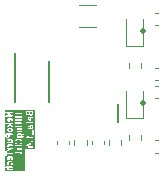
<source format=gbr>
%TF.GenerationSoftware,KiCad,Pcbnew,8.0.3*%
%TF.CreationDate,2024-11-10T00:39:19+08:00*%
%TF.ProjectId,NekoPurrTech_TiltingCtrl,4e656b6f-5075-4727-9254-6563685f5469,rev?*%
%TF.SameCoordinates,Original*%
%TF.FileFunction,Legend,Bot*%
%TF.FilePolarity,Positive*%
%FSLAX46Y46*%
G04 Gerber Fmt 4.6, Leading zero omitted, Abs format (unit mm)*
G04 Created by KiCad (PCBNEW 8.0.3) date 2024-11-10 00:39:19*
%MOMM*%
%LPD*%
G01*
G04 APERTURE LIST*
%ADD10C,0.125000*%
%ADD11C,0.250000*%
%ADD12C,0.200000*%
%ADD13C,0.120000*%
G04 APERTURE END LIST*
D10*
G36*
X87382215Y-68460113D02*
G01*
X87390163Y-68473827D01*
X87393099Y-68562062D01*
X87390411Y-68568384D01*
X87323908Y-68569491D01*
X87321042Y-68483358D01*
X87330186Y-68461852D01*
X87344590Y-68453505D01*
X87363687Y-68452235D01*
X87382215Y-68460113D01*
G37*
G36*
X87191159Y-67848103D02*
G01*
X87189071Y-67847215D01*
X87181045Y-67833367D01*
X87178453Y-67768443D01*
X87187329Y-67747567D01*
X87200832Y-67739742D01*
X87210868Y-67739519D01*
X87191159Y-67848103D01*
G37*
G36*
X87393564Y-67370494D02*
G01*
X87381816Y-67398122D01*
X87371457Y-67410346D01*
X87346095Y-67425044D01*
X87304271Y-67427131D01*
X87279278Y-67416504D01*
X87268891Y-67407701D01*
X87252863Y-67366340D01*
X87250235Y-67261077D01*
X87391107Y-67259798D01*
X87393564Y-67370494D01*
G37*
G36*
X87131540Y-67346963D02*
G01*
X87119911Y-67374313D01*
X87109553Y-67386536D01*
X87083835Y-67401441D01*
X87064738Y-67402711D01*
X87041186Y-67392696D01*
X87028959Y-67382336D01*
X87014547Y-67357467D01*
X87012194Y-67263239D01*
X87129424Y-67262174D01*
X87131540Y-67346963D01*
G37*
G36*
X87624928Y-70369142D02*
G01*
X86803658Y-70369142D01*
X86803658Y-70053993D01*
X86866158Y-70053993D01*
X86881285Y-70099374D01*
X86924069Y-70120766D01*
X86948264Y-70117717D01*
X87224321Y-70022038D01*
X87225690Y-70117990D01*
X87095058Y-70119730D01*
X87061234Y-70153554D01*
X87061234Y-70201390D01*
X87095058Y-70235214D01*
X87118976Y-70239972D01*
X87227410Y-70238527D01*
X87227900Y-70272818D01*
X87261724Y-70306642D01*
X87309560Y-70306642D01*
X87343384Y-70272818D01*
X87348142Y-70248900D01*
X87347971Y-70236922D01*
X87476227Y-70235214D01*
X87510051Y-70201390D01*
X87510051Y-70153554D01*
X87476227Y-70119730D01*
X87452309Y-70114972D01*
X87346251Y-70116384D01*
X87343904Y-69951968D01*
X87347985Y-69943808D01*
X87343600Y-69930655D01*
X87343384Y-69915459D01*
X87336111Y-69908186D01*
X87332858Y-69898427D01*
X87319845Y-69891920D01*
X87309560Y-69881635D01*
X87299275Y-69881635D01*
X87290073Y-69877034D01*
X87265878Y-69880084D01*
X86887550Y-70011209D01*
X86866158Y-70053993D01*
X86803658Y-70053993D01*
X86803658Y-69749007D01*
X87346947Y-69749007D01*
X87346948Y-69749008D01*
X87346948Y-69749009D01*
X87346950Y-69749011D01*
X87360496Y-69769285D01*
X87404583Y-69806643D01*
X87404584Y-69806644D01*
X87452418Y-69806643D01*
X87472695Y-69793094D01*
X87510046Y-69749013D01*
X87510051Y-69749009D01*
X87510051Y-69749008D01*
X87510052Y-69749007D01*
X87510051Y-69701172D01*
X87510046Y-69701167D01*
X87496503Y-69680897D01*
X87452430Y-69643551D01*
X87452419Y-69643540D01*
X87404584Y-69643539D01*
X87384307Y-69657087D01*
X87346948Y-69701173D01*
X87346947Y-69749007D01*
X86803658Y-69749007D01*
X86803658Y-69380077D01*
X86890997Y-69380077D01*
X86894567Y-69385431D01*
X86894567Y-69391867D01*
X86907437Y-69404737D01*
X86917532Y-69419879D01*
X86923840Y-69421140D01*
X86928391Y-69425691D01*
X86952309Y-69430449D01*
X87392903Y-69426447D01*
X87394567Y-69534724D01*
X87428391Y-69568548D01*
X87476227Y-69568548D01*
X87510051Y-69534724D01*
X87514809Y-69510806D01*
X87510051Y-69201174D01*
X87496473Y-69187596D01*
X87523846Y-69187596D01*
X87557670Y-69153772D01*
X87562428Y-69129854D01*
X87557670Y-68724984D01*
X87523846Y-68691160D01*
X87476010Y-68691160D01*
X87442186Y-68724984D01*
X87437428Y-68748902D01*
X87442186Y-69153772D01*
X87455764Y-69167350D01*
X87428391Y-69167350D01*
X87394567Y-69201174D01*
X87389809Y-69225092D01*
X87391052Y-69306005D01*
X87121209Y-69308455D01*
X87127259Y-69300661D01*
X87128862Y-69296891D01*
X87129099Y-69296628D01*
X87129099Y-69296333D01*
X87157508Y-69229522D01*
X87142381Y-69184142D01*
X87099595Y-69162750D01*
X87054216Y-69177877D01*
X87039264Y-69197142D01*
X87024813Y-69231124D01*
X86992618Y-69266861D01*
X86989070Y-69268327D01*
X86931831Y-69310175D01*
X86928391Y-69310207D01*
X86919150Y-69319447D01*
X86900379Y-69333172D01*
X86899117Y-69339480D01*
X86894567Y-69344031D01*
X86894567Y-69362228D01*
X86890997Y-69380077D01*
X86803658Y-69380077D01*
X86803658Y-68463187D01*
X87056476Y-68463187D01*
X87060046Y-68552613D01*
X87056633Y-68562855D01*
X87061108Y-68579197D01*
X87061234Y-68582343D01*
X87062247Y-68583356D01*
X87063074Y-68586375D01*
X87092002Y-68636291D01*
X87095569Y-68646993D01*
X87100357Y-68650709D01*
X87101835Y-68653259D01*
X87105003Y-68654315D01*
X87114834Y-68661945D01*
X87160071Y-68681181D01*
X87166486Y-68687596D01*
X87182776Y-68690836D01*
X87185973Y-68692196D01*
X87187332Y-68691742D01*
X87190404Y-68692354D01*
X87232506Y-68691653D01*
X87233592Y-68692196D01*
X87235363Y-68691605D01*
X87416845Y-68688584D01*
X87424070Y-68692197D01*
X87435856Y-68688268D01*
X87476227Y-68687596D01*
X87510051Y-68653772D01*
X87510051Y-68606153D01*
X87513291Y-68589861D01*
X87514651Y-68586665D01*
X87514198Y-68585306D01*
X87514809Y-68582235D01*
X87511058Y-68469534D01*
X87514651Y-68458757D01*
X87510152Y-68442328D01*
X87510051Y-68439269D01*
X87509037Y-68438255D01*
X87508211Y-68435236D01*
X87479281Y-68385317D01*
X87475715Y-68374617D01*
X87470927Y-68370901D01*
X87469450Y-68368352D01*
X87466281Y-68367295D01*
X87456450Y-68359666D01*
X87411210Y-68340429D01*
X87404798Y-68334017D01*
X87388508Y-68330776D01*
X87385309Y-68329416D01*
X87383948Y-68329869D01*
X87380880Y-68329259D01*
X87337093Y-68332171D01*
X87328831Y-68329417D01*
X87312892Y-68333780D01*
X87309343Y-68334017D01*
X87308329Y-68335030D01*
X87305310Y-68335857D01*
X87255390Y-68364786D01*
X87244692Y-68368353D01*
X87240976Y-68373139D01*
X87238426Y-68374618D01*
X87237369Y-68377787D01*
X87229740Y-68387618D01*
X87210503Y-68432856D01*
X87204091Y-68439269D01*
X87200850Y-68455556D01*
X87199490Y-68458757D01*
X87199943Y-68460117D01*
X87199333Y-68463187D01*
X87202623Y-68562063D01*
X87200751Y-68566467D01*
X87189071Y-68561500D01*
X87181045Y-68547652D01*
X87178453Y-68482728D01*
X87205127Y-68419998D01*
X87190000Y-68374618D01*
X87147214Y-68353226D01*
X87101835Y-68368353D01*
X87086883Y-68387618D01*
X87067646Y-68432856D01*
X87061234Y-68439269D01*
X87057993Y-68455556D01*
X87056633Y-68458757D01*
X87057086Y-68460117D01*
X87056476Y-68463187D01*
X86803658Y-68463187D01*
X86803658Y-68105936D01*
X86894567Y-68105936D01*
X86894567Y-68153772D01*
X86928391Y-68187596D01*
X86952309Y-68192354D01*
X87059423Y-68191227D01*
X87061234Y-68272820D01*
X87095058Y-68306644D01*
X87142894Y-68306644D01*
X87176718Y-68272820D01*
X87181476Y-68248902D01*
X87180167Y-68189958D01*
X87358403Y-68188083D01*
X87382215Y-68198209D01*
X87390562Y-68212612D01*
X87394567Y-68272820D01*
X87428391Y-68306644D01*
X87476227Y-68306644D01*
X87510051Y-68272820D01*
X87514809Y-68248902D01*
X87511896Y-68205115D01*
X87514651Y-68196853D01*
X87510287Y-68180914D01*
X87510051Y-68177365D01*
X87509037Y-68176351D01*
X87508211Y-68173332D01*
X87479282Y-68123415D01*
X87475716Y-68112715D01*
X87470928Y-68108998D01*
X87469450Y-68106448D01*
X87466280Y-68105391D01*
X87456451Y-68097762D01*
X87411211Y-68078525D01*
X87404798Y-68072112D01*
X87388506Y-68068871D01*
X87385310Y-68067512D01*
X87383951Y-68067964D01*
X87380880Y-68067354D01*
X87177494Y-68069492D01*
X87176718Y-68034508D01*
X87142894Y-68000684D01*
X87095058Y-68000684D01*
X87061234Y-68034508D01*
X87056476Y-68058426D01*
X87056749Y-68070762D01*
X86928391Y-68072112D01*
X86894567Y-68105936D01*
X86803658Y-68105936D01*
X86803658Y-67748902D01*
X87056476Y-67748902D01*
X87060046Y-67838328D01*
X87056633Y-67848570D01*
X87061108Y-67864912D01*
X87061234Y-67868058D01*
X87062247Y-67869071D01*
X87063074Y-67872090D01*
X87092002Y-67922006D01*
X87095569Y-67932708D01*
X87100357Y-67936424D01*
X87101835Y-67938974D01*
X87105003Y-67940030D01*
X87114834Y-67947660D01*
X87160071Y-67966896D01*
X87166486Y-67973311D01*
X87182776Y-67976551D01*
X87185973Y-67977911D01*
X87187332Y-67977457D01*
X87190404Y-67978069D01*
X87239702Y-67974790D01*
X87250152Y-67976880D01*
X87254792Y-67973786D01*
X87261941Y-67973311D01*
X87274810Y-67960441D01*
X87289953Y-67950347D01*
X87293540Y-67941711D01*
X87295765Y-67939487D01*
X87295765Y-67936356D01*
X87299309Y-67927826D01*
X87333985Y-67736787D01*
X87359615Y-67736218D01*
X87382215Y-67745828D01*
X87390239Y-67759673D01*
X87392831Y-67824598D01*
X87366157Y-67887329D01*
X87381284Y-67932709D01*
X87424070Y-67954102D01*
X87469450Y-67938975D01*
X87484402Y-67919709D01*
X87503637Y-67874471D01*
X87510051Y-67868058D01*
X87513291Y-67851766D01*
X87514651Y-67848570D01*
X87514198Y-67847211D01*
X87514809Y-67844140D01*
X87511238Y-67754710D01*
X87514651Y-67744472D01*
X87510176Y-67728130D01*
X87510051Y-67724984D01*
X87509037Y-67723970D01*
X87508211Y-67720951D01*
X87479281Y-67671032D01*
X87475715Y-67660332D01*
X87470927Y-67656616D01*
X87469450Y-67654067D01*
X87466281Y-67653010D01*
X87456450Y-67645381D01*
X87411210Y-67626144D01*
X87404798Y-67619732D01*
X87388508Y-67616491D01*
X87385309Y-67615131D01*
X87383948Y-67615584D01*
X87380880Y-67614974D01*
X87278885Y-67617237D01*
X87273513Y-67616163D01*
X87271660Y-67617397D01*
X87197695Y-67619039D01*
X87185974Y-67615132D01*
X87169410Y-67619667D01*
X87166486Y-67619732D01*
X87165472Y-67620745D01*
X87162453Y-67621572D01*
X87112533Y-67650501D01*
X87101835Y-67654068D01*
X87098119Y-67658854D01*
X87095569Y-67660333D01*
X87094512Y-67663502D01*
X87086883Y-67673333D01*
X87067646Y-67718571D01*
X87061234Y-67724984D01*
X87057993Y-67741271D01*
X87056633Y-67744472D01*
X87057086Y-67745832D01*
X87056476Y-67748902D01*
X86803658Y-67748902D01*
X86803658Y-67201283D01*
X86889809Y-67201283D01*
X86893793Y-67360899D01*
X86889967Y-67372381D01*
X86894493Y-67388908D01*
X86894567Y-67391868D01*
X86895581Y-67392882D01*
X86896408Y-67395901D01*
X86918377Y-67433808D01*
X86918377Y-67439486D01*
X86931925Y-67459763D01*
X86934859Y-67462249D01*
X86935170Y-67462785D01*
X86935699Y-67462961D01*
X86951341Y-67476216D01*
X86952712Y-67480327D01*
X86971977Y-67495279D01*
X86975713Y-67496867D01*
X86976011Y-67497120D01*
X86976306Y-67497120D01*
X87017214Y-67514515D01*
X87023629Y-67520930D01*
X87039919Y-67524170D01*
X87043116Y-67525530D01*
X87044475Y-67525076D01*
X87047547Y-67525688D01*
X87091333Y-67522775D01*
X87099597Y-67525530D01*
X87115531Y-67521166D01*
X87119084Y-67520930D01*
X87120098Y-67519915D01*
X87123117Y-67519089D01*
X87161023Y-67497120D01*
X87166701Y-67497121D01*
X87177496Y-67489907D01*
X87189436Y-67500025D01*
X87190807Y-67504138D01*
X87210073Y-67519090D01*
X87213807Y-67520677D01*
X87214105Y-67520930D01*
X87214400Y-67520930D01*
X87255310Y-67538325D01*
X87261724Y-67544739D01*
X87278015Y-67547979D01*
X87281212Y-67549339D01*
X87282570Y-67548886D01*
X87285642Y-67549497D01*
X87352033Y-67546183D01*
X87361501Y-67549340D01*
X87377703Y-67544902D01*
X87380989Y-67544739D01*
X87382002Y-67543725D01*
X87385021Y-67542899D01*
X87422930Y-67520930D01*
X87428607Y-67520930D01*
X87448884Y-67507382D01*
X87451370Y-67504447D01*
X87451905Y-67504138D01*
X87452081Y-67503608D01*
X87465337Y-67487964D01*
X87469450Y-67486594D01*
X87484402Y-67467328D01*
X87485990Y-67463591D01*
X87486242Y-67463295D01*
X87486242Y-67463000D01*
X87503637Y-67422090D01*
X87510051Y-67415677D01*
X87513291Y-67399385D01*
X87514651Y-67396189D01*
X87514198Y-67394830D01*
X87514809Y-67391759D01*
X87510051Y-67177365D01*
X87476227Y-67143541D01*
X87452309Y-67138783D01*
X86928391Y-67143541D01*
X86894567Y-67177365D01*
X86889809Y-67201283D01*
X86803658Y-67201283D01*
X86803658Y-67076283D01*
X87624928Y-67076283D01*
X87624928Y-70369142D01*
G37*
G36*
X85446187Y-71180008D02*
G01*
X85444099Y-71179120D01*
X85436073Y-71165272D01*
X85433481Y-71100348D01*
X85442357Y-71079472D01*
X85455860Y-71071647D01*
X85465896Y-71071424D01*
X85446187Y-71180008D01*
G37*
G36*
X85410497Y-69250019D02*
G01*
X85398750Y-69277643D01*
X85388388Y-69289871D01*
X85363028Y-69304568D01*
X85321204Y-69306655D01*
X85296211Y-69296028D01*
X85283988Y-69285670D01*
X85269605Y-69260852D01*
X85266984Y-69142765D01*
X85408088Y-69141483D01*
X85410497Y-69250019D01*
G37*
G36*
X86423433Y-69175107D02*
G01*
X86435659Y-69185468D01*
X86450239Y-69210625D01*
X86452831Y-69275550D01*
X86450219Y-69281692D01*
X86241033Y-69284014D01*
X86238453Y-69219395D01*
X86249467Y-69193491D01*
X86259828Y-69181265D01*
X86284762Y-69166815D01*
X86396437Y-69163629D01*
X86423433Y-69175107D01*
G37*
G36*
X85618461Y-68675108D02*
G01*
X85630687Y-68685469D01*
X85645384Y-68710829D01*
X85647471Y-68752653D01*
X85636844Y-68777646D01*
X85626485Y-68789870D01*
X85601549Y-68804321D01*
X85489875Y-68807507D01*
X85462878Y-68796028D01*
X85450654Y-68785669D01*
X85435956Y-68760307D01*
X85433869Y-68718484D01*
X85444495Y-68693492D01*
X85454856Y-68681266D01*
X85479790Y-68666816D01*
X85591465Y-68663630D01*
X85618461Y-68675108D01*
G37*
G36*
X85446187Y-67941913D02*
G01*
X85444099Y-67941025D01*
X85436073Y-67927177D01*
X85433481Y-67862253D01*
X85442357Y-67841377D01*
X85455860Y-67833552D01*
X85465896Y-67833329D01*
X85446187Y-67941913D01*
G37*
G36*
X86803976Y-72229616D02*
G01*
X85082337Y-72229616D01*
X85082337Y-71866412D01*
X85149595Y-71866412D01*
X85149595Y-71914248D01*
X85183419Y-71948072D01*
X85207337Y-71952830D01*
X85313471Y-71951866D01*
X85313021Y-71954128D01*
X85311661Y-71957329D01*
X85312114Y-71958689D01*
X85311504Y-71961759D01*
X85314817Y-72028149D01*
X85311661Y-72037617D01*
X85316098Y-72053819D01*
X85316262Y-72057105D01*
X85317275Y-72058118D01*
X85318102Y-72061137D01*
X85347030Y-72111053D01*
X85350597Y-72121755D01*
X85355385Y-72125471D01*
X85356863Y-72128021D01*
X85360031Y-72129077D01*
X85369862Y-72136707D01*
X85415099Y-72155943D01*
X85421514Y-72162358D01*
X85437804Y-72165598D01*
X85441001Y-72166958D01*
X85442360Y-72166504D01*
X85445432Y-72167116D01*
X85731255Y-72162358D01*
X85765079Y-72128534D01*
X85765079Y-72080698D01*
X85731255Y-72046874D01*
X85707337Y-72042116D01*
X85467262Y-72046112D01*
X85444099Y-72036262D01*
X85435956Y-72022211D01*
X85433869Y-71980388D01*
X85444495Y-71955396D01*
X85448526Y-71950639D01*
X85731255Y-71948072D01*
X85765079Y-71914248D01*
X85765079Y-71866412D01*
X85731255Y-71832588D01*
X85707337Y-71827830D01*
X85183419Y-71832588D01*
X85149595Y-71866412D01*
X85082337Y-71866412D01*
X85082337Y-71533188D01*
X85311504Y-71533188D01*
X85315074Y-71622614D01*
X85311661Y-71632856D01*
X85316136Y-71649198D01*
X85316262Y-71652344D01*
X85317275Y-71653357D01*
X85318102Y-71656376D01*
X85356863Y-71723260D01*
X85402242Y-71738387D01*
X85445028Y-71716995D01*
X85460155Y-71671615D01*
X85453715Y-71648094D01*
X85436073Y-71617653D01*
X85433481Y-71552729D01*
X85444495Y-71526825D01*
X85454856Y-71514599D01*
X85479790Y-71500149D01*
X85591465Y-71496963D01*
X85618461Y-71508441D01*
X85630687Y-71518802D01*
X85645267Y-71543959D01*
X85647859Y-71608884D01*
X85621185Y-71671615D01*
X85636312Y-71716995D01*
X85679098Y-71738388D01*
X85724478Y-71723261D01*
X85739430Y-71703995D01*
X85758665Y-71658757D01*
X85765079Y-71652344D01*
X85768319Y-71636052D01*
X85769679Y-71632856D01*
X85769226Y-71631497D01*
X85769837Y-71628426D01*
X85766266Y-71538996D01*
X85769679Y-71528758D01*
X85765204Y-71512416D01*
X85765079Y-71509270D01*
X85764065Y-71508256D01*
X85763239Y-71505237D01*
X85741270Y-71467328D01*
X85741270Y-71461652D01*
X85727722Y-71441375D01*
X85724789Y-71438889D01*
X85724478Y-71438353D01*
X85723946Y-71438175D01*
X85708303Y-71424920D01*
X85706933Y-71420809D01*
X85687668Y-71405857D01*
X85683931Y-71404268D01*
X85683635Y-71404017D01*
X85683341Y-71404017D01*
X85642429Y-71386620D01*
X85636017Y-71380208D01*
X85619729Y-71376967D01*
X85616529Y-71375607D01*
X85615168Y-71376060D01*
X85612099Y-71375450D01*
X85475987Y-71379333D01*
X85464812Y-71375608D01*
X85448323Y-71380122D01*
X85445324Y-71380208D01*
X85444310Y-71381221D01*
X85441291Y-71382048D01*
X85403382Y-71404017D01*
X85397706Y-71404017D01*
X85377429Y-71417565D01*
X85374943Y-71420497D01*
X85374407Y-71420809D01*
X85374229Y-71421340D01*
X85360974Y-71436983D01*
X85356863Y-71438354D01*
X85341911Y-71457619D01*
X85340322Y-71461355D01*
X85340071Y-71461652D01*
X85340071Y-71461946D01*
X85322674Y-71502857D01*
X85316262Y-71509270D01*
X85313021Y-71525557D01*
X85311661Y-71528758D01*
X85312114Y-71530118D01*
X85311504Y-71533188D01*
X85082337Y-71533188D01*
X85082337Y-71080807D01*
X85311504Y-71080807D01*
X85315074Y-71170233D01*
X85311661Y-71180475D01*
X85316136Y-71196817D01*
X85316262Y-71199963D01*
X85317275Y-71200976D01*
X85318102Y-71203995D01*
X85347030Y-71253911D01*
X85350597Y-71264613D01*
X85355385Y-71268329D01*
X85356863Y-71270879D01*
X85360031Y-71271935D01*
X85369862Y-71279565D01*
X85415099Y-71298801D01*
X85421514Y-71305216D01*
X85437804Y-71308456D01*
X85441001Y-71309816D01*
X85442360Y-71309362D01*
X85445432Y-71309974D01*
X85494730Y-71306695D01*
X85505180Y-71308785D01*
X85509820Y-71305691D01*
X85516969Y-71305216D01*
X85529838Y-71292346D01*
X85544981Y-71282252D01*
X85548568Y-71273616D01*
X85550793Y-71271392D01*
X85550793Y-71268261D01*
X85554337Y-71259731D01*
X85589013Y-71068692D01*
X85614643Y-71068123D01*
X85637243Y-71077733D01*
X85645267Y-71091578D01*
X85647859Y-71156503D01*
X85621185Y-71219234D01*
X85636312Y-71264614D01*
X85679098Y-71286007D01*
X85724478Y-71270880D01*
X85739430Y-71251614D01*
X85758665Y-71206376D01*
X85765079Y-71199963D01*
X85768319Y-71183671D01*
X85769679Y-71180475D01*
X85769226Y-71179116D01*
X85769837Y-71176045D01*
X85766266Y-71086615D01*
X85769679Y-71076377D01*
X85765204Y-71060035D01*
X85765079Y-71056889D01*
X85764065Y-71055875D01*
X85763239Y-71052856D01*
X85734309Y-71002937D01*
X85730743Y-70992237D01*
X85725955Y-70988521D01*
X85724478Y-70985972D01*
X85721309Y-70984915D01*
X85711478Y-70977286D01*
X85666238Y-70958049D01*
X85659826Y-70951637D01*
X85643536Y-70948396D01*
X85640337Y-70947036D01*
X85638976Y-70947489D01*
X85635908Y-70946879D01*
X85533913Y-70949142D01*
X85528541Y-70948068D01*
X85526688Y-70949302D01*
X85452723Y-70950944D01*
X85441002Y-70947037D01*
X85424438Y-70951572D01*
X85421514Y-70951637D01*
X85420500Y-70952650D01*
X85417481Y-70953477D01*
X85367561Y-70982406D01*
X85356863Y-70985973D01*
X85353147Y-70990759D01*
X85350597Y-70992238D01*
X85349540Y-70995407D01*
X85341911Y-71005238D01*
X85322674Y-71050476D01*
X85316262Y-71056889D01*
X85313021Y-71073176D01*
X85311661Y-71076377D01*
X85312114Y-71077737D01*
X85311504Y-71080807D01*
X85082337Y-71080807D01*
X85082337Y-70580808D01*
X85144837Y-70580808D01*
X85149595Y-70890440D01*
X85183419Y-70924264D01*
X85231255Y-70924264D01*
X85265079Y-70890440D01*
X85269837Y-70866522D01*
X85268593Y-70785608D01*
X85731255Y-70781407D01*
X85765079Y-70747583D01*
X85765079Y-70699747D01*
X85731255Y-70665923D01*
X85707337Y-70661165D01*
X85266742Y-70665166D01*
X85266542Y-70652126D01*
X85954567Y-70652126D01*
X85954567Y-70699962D01*
X85988391Y-70733786D01*
X86012309Y-70738544D01*
X86418403Y-70734273D01*
X86442215Y-70744399D01*
X86471359Y-70794688D01*
X86516738Y-70809815D01*
X86559524Y-70788423D01*
X86574651Y-70743043D01*
X86568211Y-70719522D01*
X86539282Y-70669605D01*
X86535716Y-70658905D01*
X86530928Y-70655188D01*
X86529450Y-70652638D01*
X86526280Y-70651581D01*
X86516451Y-70643952D01*
X86471211Y-70624715D01*
X86464798Y-70618302D01*
X86448506Y-70615061D01*
X86445310Y-70613702D01*
X86443951Y-70614154D01*
X86440880Y-70613544D01*
X85988391Y-70618302D01*
X85954567Y-70652126D01*
X85266542Y-70652126D01*
X85265079Y-70556890D01*
X85231255Y-70523066D01*
X85183419Y-70523066D01*
X85149595Y-70556890D01*
X85144837Y-70580808D01*
X85082337Y-70580808D01*
X85082337Y-70437950D01*
X85311504Y-70437950D01*
X85316262Y-70509487D01*
X85350086Y-70543311D01*
X85397922Y-70543311D01*
X85431746Y-70509487D01*
X85436504Y-70485569D01*
X85434920Y-70461758D01*
X86116476Y-70461758D01*
X86121234Y-70533295D01*
X86155058Y-70567119D01*
X86202894Y-70567119D01*
X86236718Y-70533295D01*
X86241476Y-70509377D01*
X86239452Y-70478950D01*
X86249467Y-70455395D01*
X86259828Y-70443169D01*
X86286719Y-70427585D01*
X86536227Y-70424262D01*
X86570051Y-70390438D01*
X86570051Y-70342602D01*
X86536227Y-70308778D01*
X86512309Y-70304020D01*
X86278645Y-70307132D01*
X86269783Y-70304178D01*
X86257989Y-70307407D01*
X86155058Y-70308778D01*
X86121234Y-70342602D01*
X86121234Y-70390438D01*
X86137962Y-70407166D01*
X86127646Y-70431427D01*
X86121234Y-70437840D01*
X86117993Y-70454127D01*
X86116633Y-70457328D01*
X86117086Y-70458688D01*
X86116476Y-70461758D01*
X85434920Y-70461758D01*
X85434480Y-70455142D01*
X85444495Y-70431587D01*
X85454856Y-70419361D01*
X85481747Y-70403777D01*
X85731255Y-70400454D01*
X85765079Y-70366630D01*
X85765079Y-70318794D01*
X85731255Y-70284970D01*
X85707337Y-70280212D01*
X85473673Y-70283324D01*
X85464811Y-70280370D01*
X85453017Y-70283599D01*
X85350086Y-70284970D01*
X85316262Y-70318794D01*
X85316262Y-70366630D01*
X85332990Y-70383358D01*
X85322674Y-70407619D01*
X85316262Y-70414032D01*
X85313021Y-70430319D01*
X85311661Y-70433520D01*
X85312114Y-70434880D01*
X85311504Y-70437950D01*
X85082337Y-70437950D01*
X85082337Y-70128426D01*
X85311504Y-70128426D01*
X85316262Y-70199963D01*
X85350086Y-70233787D01*
X85397922Y-70233787D01*
X85431746Y-70199963D01*
X85436504Y-70176045D01*
X85434480Y-70145618D01*
X85444495Y-70122063D01*
X85454856Y-70109837D01*
X85481747Y-70094253D01*
X85731255Y-70090930D01*
X85765079Y-70057106D01*
X85765079Y-70056888D01*
X85954567Y-70056888D01*
X85954567Y-70104724D01*
X85988391Y-70138548D01*
X86012309Y-70143306D01*
X86119423Y-70142179D01*
X86121234Y-70223772D01*
X86155058Y-70257596D01*
X86202894Y-70257596D01*
X86236718Y-70223772D01*
X86241476Y-70199854D01*
X86240167Y-70140910D01*
X86418403Y-70139035D01*
X86442215Y-70149161D01*
X86450562Y-70163564D01*
X86454567Y-70223772D01*
X86488391Y-70257596D01*
X86536227Y-70257596D01*
X86570051Y-70223772D01*
X86574809Y-70199854D01*
X86571896Y-70156067D01*
X86574651Y-70147805D01*
X86570287Y-70131866D01*
X86570051Y-70128317D01*
X86569037Y-70127303D01*
X86568211Y-70124284D01*
X86539282Y-70074367D01*
X86535716Y-70063667D01*
X86530928Y-70059950D01*
X86529450Y-70057400D01*
X86526280Y-70056343D01*
X86516451Y-70048714D01*
X86471211Y-70029477D01*
X86464798Y-70023064D01*
X86448506Y-70019823D01*
X86445310Y-70018464D01*
X86443951Y-70018916D01*
X86440880Y-70018306D01*
X86237494Y-70020444D01*
X86236718Y-69985460D01*
X86202894Y-69951636D01*
X86155058Y-69951636D01*
X86121234Y-69985460D01*
X86116476Y-70009378D01*
X86116749Y-70021714D01*
X85988391Y-70023064D01*
X85954567Y-70056888D01*
X85765079Y-70056888D01*
X85765079Y-70009270D01*
X85731255Y-69975446D01*
X85707337Y-69970688D01*
X85473673Y-69973800D01*
X85464811Y-69970846D01*
X85453017Y-69974075D01*
X85350086Y-69975446D01*
X85316262Y-70009270D01*
X85316262Y-70057106D01*
X85332990Y-70073834D01*
X85322674Y-70098095D01*
X85316262Y-70104508D01*
X85313021Y-70120795D01*
X85311661Y-70123996D01*
X85312114Y-70125356D01*
X85311504Y-70128426D01*
X85082337Y-70128426D01*
X85082337Y-69556889D01*
X85316262Y-69556889D01*
X85316262Y-69604725D01*
X85350086Y-69638549D01*
X85374004Y-69643307D01*
X85614075Y-69639310D01*
X85637243Y-69649162D01*
X85645384Y-69663210D01*
X85647471Y-69705034D01*
X85636844Y-69730027D01*
X85633840Y-69733571D01*
X85350086Y-69737351D01*
X85316262Y-69771175D01*
X85316262Y-69819011D01*
X85350086Y-69852835D01*
X85374004Y-69857593D01*
X85731255Y-69852835D01*
X85765079Y-69819011D01*
X85765079Y-69771175D01*
X85755453Y-69761549D01*
X85758665Y-69753995D01*
X85765079Y-69747582D01*
X85768319Y-69731290D01*
X85769679Y-69728094D01*
X85769226Y-69726735D01*
X85769837Y-69723664D01*
X85769837Y-69723663D01*
X85949809Y-69723663D01*
X85950077Y-69727699D01*
X85949967Y-69728093D01*
X85950124Y-69728408D01*
X85952362Y-69762059D01*
X85949967Y-69766851D01*
X85953016Y-69791046D01*
X85954554Y-69795017D01*
X85954567Y-69795200D01*
X85954662Y-69795295D01*
X85978377Y-69856495D01*
X85978377Y-69866628D01*
X85987724Y-69880618D01*
X85988904Y-69883662D01*
X85990186Y-69884303D01*
X85991925Y-69886905D01*
X86036011Y-69924262D01*
X86083845Y-69924262D01*
X86117670Y-69890437D01*
X86117670Y-69842603D01*
X86104122Y-69822326D01*
X86090795Y-69811033D01*
X86074688Y-69769465D01*
X86072697Y-69739529D01*
X86086837Y-69689186D01*
X86113733Y-69659332D01*
X86144431Y-69641541D01*
X86146515Y-69641440D01*
X86223690Y-69618919D01*
X86226595Y-69619497D01*
X86281061Y-69616778D01*
X86282865Y-69617631D01*
X86362054Y-69634180D01*
X86365310Y-69636707D01*
X86399289Y-69651156D01*
X86432843Y-69681384D01*
X86449929Y-69725478D01*
X86451920Y-69755416D01*
X86437589Y-69806443D01*
X86406948Y-69842602D01*
X86406947Y-69890436D01*
X86440772Y-69924262D01*
X86488606Y-69924263D01*
X86508883Y-69910715D01*
X86528936Y-69887050D01*
X86535716Y-69883661D01*
X86543745Y-69869574D01*
X86546242Y-69866629D01*
X86546242Y-69865195D01*
X86547793Y-69862475D01*
X86565375Y-69799875D01*
X86570051Y-69795200D01*
X86574809Y-69771282D01*
X86574540Y-69767246D01*
X86574652Y-69766850D01*
X86574493Y-69766532D01*
X86572255Y-69732888D01*
X86574652Y-69728095D01*
X86571602Y-69703899D01*
X86570063Y-69699927D01*
X86570051Y-69699745D01*
X86569955Y-69699649D01*
X86546242Y-69638450D01*
X86546242Y-69628317D01*
X86536894Y-69614327D01*
X86535716Y-69611285D01*
X86534433Y-69610643D01*
X86532694Y-69608040D01*
X86490094Y-69569663D01*
X86488096Y-69563667D01*
X86468831Y-69548715D01*
X86465063Y-69547112D01*
X86464797Y-69546873D01*
X86464499Y-69546873D01*
X86431929Y-69533023D01*
X86430469Y-69530589D01*
X86408419Y-69520172D01*
X86325536Y-69502850D01*
X86321941Y-69499255D01*
X86298023Y-69494497D01*
X86239525Y-69497416D01*
X86235795Y-69495178D01*
X86211437Y-69496363D01*
X86131021Y-69519829D01*
X86126926Y-69518464D01*
X86103406Y-69524904D01*
X86065498Y-69546874D01*
X86059821Y-69546874D01*
X86039544Y-69560422D01*
X86036728Y-69563547D01*
X86036522Y-69563667D01*
X86036464Y-69563840D01*
X85997672Y-69606899D01*
X85988904Y-69611284D01*
X85980599Y-69625851D01*
X85978377Y-69628318D01*
X85978377Y-69629749D01*
X85976826Y-69632470D01*
X85959242Y-69695069D01*
X85954567Y-69699745D01*
X85949809Y-69723663D01*
X85769837Y-69723663D01*
X85766523Y-69657271D01*
X85769679Y-69647806D01*
X85765242Y-69631604D01*
X85765079Y-69628318D01*
X85764065Y-69627304D01*
X85763239Y-69624285D01*
X85734310Y-69574368D01*
X85730744Y-69563668D01*
X85725956Y-69559951D01*
X85724478Y-69557401D01*
X85721308Y-69556344D01*
X85711479Y-69548715D01*
X85666239Y-69529478D01*
X85659826Y-69523065D01*
X85643534Y-69519824D01*
X85640338Y-69518465D01*
X85638979Y-69518917D01*
X85635908Y-69518307D01*
X85350086Y-69523065D01*
X85316262Y-69556889D01*
X85082337Y-69556889D01*
X85082337Y-69080807D01*
X85144837Y-69080807D01*
X85148902Y-69263991D01*
X85144995Y-69275714D01*
X85149530Y-69292274D01*
X85149595Y-69295201D01*
X85150609Y-69296215D01*
X85151436Y-69299234D01*
X85173404Y-69337140D01*
X85173404Y-69342818D01*
X85186952Y-69363095D01*
X85189887Y-69365582D01*
X85190198Y-69366118D01*
X85190727Y-69366294D01*
X85206369Y-69379549D01*
X85207740Y-69383662D01*
X85227006Y-69398614D01*
X85230740Y-69400201D01*
X85231038Y-69400454D01*
X85231333Y-69400454D01*
X85272243Y-69417849D01*
X85278657Y-69424263D01*
X85294948Y-69427503D01*
X85298145Y-69428863D01*
X85299503Y-69428410D01*
X85302575Y-69429021D01*
X85368966Y-69425707D01*
X85378434Y-69428864D01*
X85394636Y-69424426D01*
X85397922Y-69424263D01*
X85398935Y-69423249D01*
X85401954Y-69422423D01*
X85439862Y-69400454D01*
X85445541Y-69400454D01*
X85465818Y-69386905D01*
X85468303Y-69383971D01*
X85468838Y-69383662D01*
X85469014Y-69383132D01*
X85482270Y-69367487D01*
X85486381Y-69366118D01*
X85501333Y-69346853D01*
X85502921Y-69343116D01*
X85503175Y-69342818D01*
X85503174Y-69342521D01*
X85520569Y-69301615D01*
X85526984Y-69295201D01*
X85530224Y-69278910D01*
X85531584Y-69275714D01*
X85531130Y-69274354D01*
X85531742Y-69271283D01*
X85530157Y-69199854D01*
X86116476Y-69199854D01*
X86120046Y-69289280D01*
X86116633Y-69299522D01*
X86121108Y-69315864D01*
X86121234Y-69319009D01*
X86121234Y-69366629D01*
X86155058Y-69400453D01*
X86178976Y-69405211D01*
X86206762Y-69404902D01*
X86207214Y-69405053D01*
X86207531Y-69404894D01*
X86477751Y-69401894D01*
X86484070Y-69405054D01*
X86494091Y-69401713D01*
X86575441Y-69400810D01*
X86588169Y-69405053D01*
X86604852Y-69400484D01*
X86607656Y-69400453D01*
X86608670Y-69399438D01*
X86611689Y-69398612D01*
X86649597Y-69376643D01*
X86655274Y-69376643D01*
X86675551Y-69363095D01*
X86678037Y-69360160D01*
X86678573Y-69359850D01*
X86678749Y-69359320D01*
X86692004Y-69343678D01*
X86696115Y-69342308D01*
X86711067Y-69323043D01*
X86712655Y-69319306D01*
X86712908Y-69319009D01*
X86712908Y-69318713D01*
X86730303Y-69277805D01*
X86736718Y-69271391D01*
X86739958Y-69255100D01*
X86741318Y-69251904D01*
X86740864Y-69250544D01*
X86741476Y-69247473D01*
X86738162Y-69181078D01*
X86741318Y-69171613D01*
X86736881Y-69155411D01*
X86736718Y-69152126D01*
X86735704Y-69151112D01*
X86734878Y-69148093D01*
X86696115Y-69081209D01*
X86650735Y-69066083D01*
X86607950Y-69087476D01*
X86592824Y-69132856D01*
X86599265Y-69156376D01*
X86617023Y-69187018D01*
X86619110Y-69228844D01*
X86608484Y-69253833D01*
X86598124Y-69266060D01*
X86574203Y-69279923D01*
X86571238Y-69205662D01*
X86574651Y-69195424D01*
X86570176Y-69179082D01*
X86570051Y-69175936D01*
X86569037Y-69174922D01*
X86568211Y-69171903D01*
X86546242Y-69133994D01*
X86546242Y-69128318D01*
X86532694Y-69108041D01*
X86529761Y-69105555D01*
X86529450Y-69105019D01*
X86528918Y-69104841D01*
X86513275Y-69091586D01*
X86511905Y-69087475D01*
X86492640Y-69072523D01*
X86488903Y-69070934D01*
X86488607Y-69070683D01*
X86488313Y-69070683D01*
X86447401Y-69053286D01*
X86440989Y-69046874D01*
X86424701Y-69043633D01*
X86421501Y-69042273D01*
X86420140Y-69042726D01*
X86417071Y-69042116D01*
X86280959Y-69045999D01*
X86269784Y-69042274D01*
X86253295Y-69046788D01*
X86250296Y-69046874D01*
X86249282Y-69047887D01*
X86246263Y-69048714D01*
X86208354Y-69070683D01*
X86202678Y-69070683D01*
X86182401Y-69084231D01*
X86179915Y-69087163D01*
X86179379Y-69087475D01*
X86179201Y-69088006D01*
X86165946Y-69103649D01*
X86161835Y-69105020D01*
X86146883Y-69124285D01*
X86145294Y-69128021D01*
X86145043Y-69128318D01*
X86145043Y-69128612D01*
X86127646Y-69169523D01*
X86121234Y-69175936D01*
X86117993Y-69192223D01*
X86116633Y-69195424D01*
X86117086Y-69196784D01*
X86116476Y-69199854D01*
X85530157Y-69199854D01*
X85528837Y-69140387D01*
X85731255Y-69138549D01*
X85765079Y-69104725D01*
X85765079Y-69056889D01*
X85731255Y-69023065D01*
X85707337Y-69018307D01*
X85183419Y-69023065D01*
X85149595Y-69056889D01*
X85144837Y-69080807D01*
X85082337Y-69080807D01*
X85082337Y-68699855D01*
X85311504Y-68699855D01*
X85314817Y-68766245D01*
X85311661Y-68775713D01*
X85316098Y-68791915D01*
X85316262Y-68795201D01*
X85317275Y-68796214D01*
X85318102Y-68799233D01*
X85340071Y-68837141D01*
X85340071Y-68842819D01*
X85353619Y-68863096D01*
X85356553Y-68865582D01*
X85356863Y-68866117D01*
X85357392Y-68866293D01*
X85373036Y-68879549D01*
X85374407Y-68883662D01*
X85393673Y-68898614D01*
X85397409Y-68900202D01*
X85397706Y-68900454D01*
X85398000Y-68900454D01*
X85438910Y-68917849D01*
X85445324Y-68924263D01*
X85461615Y-68927503D01*
X85464812Y-68928863D01*
X85466170Y-68928410D01*
X85469242Y-68929021D01*
X85605350Y-68925137D01*
X85616529Y-68928864D01*
X85633017Y-68924348D01*
X85636017Y-68924263D01*
X85637030Y-68923249D01*
X85640049Y-68922423D01*
X85677958Y-68900454D01*
X85683635Y-68900454D01*
X85703912Y-68886906D01*
X85706398Y-68883971D01*
X85706933Y-68883662D01*
X85707109Y-68883132D01*
X85720365Y-68867488D01*
X85724478Y-68866118D01*
X85739430Y-68846852D01*
X85741018Y-68843115D01*
X85741270Y-68842819D01*
X85741270Y-68842524D01*
X85758665Y-68801614D01*
X85765079Y-68795201D01*
X85768319Y-68778909D01*
X85769679Y-68775713D01*
X85769226Y-68774354D01*
X85769837Y-68771283D01*
X85768649Y-68747473D01*
X86116476Y-68747473D01*
X86119789Y-68813863D01*
X86116633Y-68823331D01*
X86121070Y-68839533D01*
X86121234Y-68842819D01*
X86122247Y-68843832D01*
X86123074Y-68846851D01*
X86152002Y-68896767D01*
X86155569Y-68907469D01*
X86160357Y-68911185D01*
X86161835Y-68913735D01*
X86165003Y-68914791D01*
X86174834Y-68922421D01*
X86220071Y-68941657D01*
X86226486Y-68948072D01*
X86242776Y-68951312D01*
X86245973Y-68952672D01*
X86247332Y-68952218D01*
X86250404Y-68952830D01*
X86536227Y-68948072D01*
X86570051Y-68914248D01*
X86570051Y-68866412D01*
X86536227Y-68832588D01*
X86512309Y-68827830D01*
X86272234Y-68831826D01*
X86249071Y-68821976D01*
X86240928Y-68807925D01*
X86238841Y-68766102D01*
X86249467Y-68741110D01*
X86252472Y-68737565D01*
X86536227Y-68733786D01*
X86570051Y-68699962D01*
X86570051Y-68652126D01*
X86536227Y-68618302D01*
X86512309Y-68613544D01*
X86155058Y-68618302D01*
X86121234Y-68652126D01*
X86121234Y-68699962D01*
X86130859Y-68709587D01*
X86127646Y-68717142D01*
X86121234Y-68723555D01*
X86117993Y-68739842D01*
X86116633Y-68743043D01*
X86117086Y-68744403D01*
X86116476Y-68747473D01*
X85768649Y-68747473D01*
X85766523Y-68704890D01*
X85769679Y-68695425D01*
X85765242Y-68679223D01*
X85765079Y-68675937D01*
X85764065Y-68674923D01*
X85763239Y-68671904D01*
X85741270Y-68633995D01*
X85741270Y-68628319D01*
X85727722Y-68608042D01*
X85724789Y-68605556D01*
X85724478Y-68605020D01*
X85723946Y-68604842D01*
X85708303Y-68591587D01*
X85706933Y-68587476D01*
X85687668Y-68572524D01*
X85683931Y-68570935D01*
X85683635Y-68570684D01*
X85683341Y-68570684D01*
X85642429Y-68553287D01*
X85636017Y-68546875D01*
X85619729Y-68543634D01*
X85616529Y-68542274D01*
X85615168Y-68542727D01*
X85612099Y-68542117D01*
X85475987Y-68546000D01*
X85464812Y-68542275D01*
X85448323Y-68546789D01*
X85445324Y-68546875D01*
X85444310Y-68547888D01*
X85441291Y-68548715D01*
X85403382Y-68570684D01*
X85397706Y-68570684D01*
X85377429Y-68584232D01*
X85374943Y-68587164D01*
X85374407Y-68587476D01*
X85374229Y-68588007D01*
X85360974Y-68603650D01*
X85356863Y-68605021D01*
X85341911Y-68624286D01*
X85340322Y-68628022D01*
X85340071Y-68628319D01*
X85340071Y-68628613D01*
X85322674Y-68669524D01*
X85316262Y-68675937D01*
X85313021Y-68692224D01*
X85311661Y-68695425D01*
X85312114Y-68696785D01*
X85311504Y-68699855D01*
X85082337Y-68699855D01*
X85082337Y-68199746D01*
X85149595Y-68199746D01*
X85149595Y-68247582D01*
X85183419Y-68281406D01*
X85207337Y-68286164D01*
X85418858Y-68284243D01*
X85316262Y-68390223D01*
X85316262Y-68438057D01*
X85350087Y-68471882D01*
X85397921Y-68471882D01*
X85418198Y-68458334D01*
X85521453Y-68351673D01*
X85691826Y-68474684D01*
X85739180Y-68467920D01*
X85743721Y-68461865D01*
X85954566Y-68461865D01*
X85954567Y-68461866D01*
X85954567Y-68461867D01*
X85954569Y-68461869D01*
X85968115Y-68482143D01*
X86012202Y-68519501D01*
X86012203Y-68519502D01*
X86060037Y-68519501D01*
X86080314Y-68505952D01*
X86117665Y-68461871D01*
X86117670Y-68461867D01*
X86117670Y-68461866D01*
X86117671Y-68461865D01*
X86117670Y-68414031D01*
X86121234Y-68414031D01*
X86121234Y-68461867D01*
X86155058Y-68495691D01*
X86178976Y-68500449D01*
X86536227Y-68495691D01*
X86570051Y-68461867D01*
X86570051Y-68414031D01*
X86536227Y-68380207D01*
X86512309Y-68375449D01*
X86155058Y-68380207D01*
X86121234Y-68414031D01*
X86117670Y-68414031D01*
X86117670Y-68414030D01*
X86117665Y-68414025D01*
X86104122Y-68393755D01*
X86060049Y-68356409D01*
X86060038Y-68356398D01*
X86012203Y-68356397D01*
X85991926Y-68369945D01*
X85954567Y-68414031D01*
X85954566Y-68461865D01*
X85743721Y-68461865D01*
X85767881Y-68429651D01*
X85761117Y-68382297D01*
X85744837Y-68364140D01*
X85631502Y-68282311D01*
X85731255Y-68281406D01*
X85765079Y-68247582D01*
X85765079Y-68199746D01*
X85731255Y-68165922D01*
X85707337Y-68161164D01*
X85183419Y-68165922D01*
X85149595Y-68199746D01*
X85082337Y-68199746D01*
X85082337Y-68128317D01*
X85954567Y-68128317D01*
X85954567Y-68176153D01*
X85988391Y-68209977D01*
X86012309Y-68214735D01*
X86119423Y-68213608D01*
X86121234Y-68295201D01*
X86155058Y-68329025D01*
X86202894Y-68329025D01*
X86236718Y-68295201D01*
X86241476Y-68271283D01*
X86240167Y-68212339D01*
X86418403Y-68210464D01*
X86442215Y-68220590D01*
X86450562Y-68234993D01*
X86454567Y-68295201D01*
X86488391Y-68329025D01*
X86536227Y-68329025D01*
X86570051Y-68295201D01*
X86574809Y-68271283D01*
X86571896Y-68227496D01*
X86574651Y-68219234D01*
X86570287Y-68203295D01*
X86570051Y-68199746D01*
X86569037Y-68198732D01*
X86568211Y-68195713D01*
X86539282Y-68145796D01*
X86535716Y-68135096D01*
X86530928Y-68131379D01*
X86529450Y-68128829D01*
X86526280Y-68127772D01*
X86516451Y-68120143D01*
X86471211Y-68100906D01*
X86464798Y-68094493D01*
X86448506Y-68091252D01*
X86445310Y-68089893D01*
X86443951Y-68090345D01*
X86440880Y-68089735D01*
X86237494Y-68091873D01*
X86236718Y-68056889D01*
X86202894Y-68023065D01*
X86155058Y-68023065D01*
X86121234Y-68056889D01*
X86116476Y-68080807D01*
X86116749Y-68093143D01*
X85988391Y-68094493D01*
X85954567Y-68128317D01*
X85082337Y-68128317D01*
X85082337Y-67842712D01*
X85311504Y-67842712D01*
X85315074Y-67932138D01*
X85311661Y-67942380D01*
X85316136Y-67958722D01*
X85316262Y-67961868D01*
X85317275Y-67962881D01*
X85318102Y-67965900D01*
X85347030Y-68015816D01*
X85350597Y-68026518D01*
X85355385Y-68030234D01*
X85356863Y-68032784D01*
X85360031Y-68033840D01*
X85369862Y-68041470D01*
X85415099Y-68060706D01*
X85421514Y-68067121D01*
X85437804Y-68070361D01*
X85441001Y-68071721D01*
X85442360Y-68071267D01*
X85445432Y-68071879D01*
X85494730Y-68068600D01*
X85505180Y-68070690D01*
X85509820Y-68067596D01*
X85516969Y-68067121D01*
X85529838Y-68054251D01*
X85544981Y-68044157D01*
X85548568Y-68035521D01*
X85550793Y-68033297D01*
X85550793Y-68030166D01*
X85554337Y-68021636D01*
X85589013Y-67830597D01*
X85614643Y-67830028D01*
X85637243Y-67839638D01*
X85645267Y-67853483D01*
X85647859Y-67918408D01*
X85621185Y-67981139D01*
X85636312Y-68026519D01*
X85679098Y-68047912D01*
X85724478Y-68032785D01*
X85739430Y-68013519D01*
X85758665Y-67968281D01*
X85765079Y-67961868D01*
X85768319Y-67945576D01*
X85769679Y-67942380D01*
X85769226Y-67941021D01*
X85769837Y-67937950D01*
X85766980Y-67866412D01*
X85954567Y-67866412D01*
X85954567Y-67914248D01*
X85988391Y-67948072D01*
X86012309Y-67952830D01*
X86418403Y-67948559D01*
X86442215Y-67958685D01*
X86471359Y-68008974D01*
X86516738Y-68024101D01*
X86559524Y-68002709D01*
X86574651Y-67957329D01*
X86568211Y-67933808D01*
X86539282Y-67883891D01*
X86535716Y-67873191D01*
X86530928Y-67869474D01*
X86529450Y-67866924D01*
X86526280Y-67865867D01*
X86516451Y-67858238D01*
X86471211Y-67839001D01*
X86464798Y-67832588D01*
X86448506Y-67829347D01*
X86445310Y-67827988D01*
X86443951Y-67828440D01*
X86440880Y-67827830D01*
X85988391Y-67832588D01*
X85954567Y-67866412D01*
X85766980Y-67866412D01*
X85766266Y-67848520D01*
X85769679Y-67838282D01*
X85765204Y-67821940D01*
X85765079Y-67818794D01*
X85764065Y-67817780D01*
X85763239Y-67814761D01*
X85734309Y-67764842D01*
X85730743Y-67754142D01*
X85725955Y-67750426D01*
X85724478Y-67747877D01*
X85721309Y-67746820D01*
X85711478Y-67739191D01*
X85666238Y-67719954D01*
X85659826Y-67713542D01*
X85643536Y-67710301D01*
X85640337Y-67708941D01*
X85638976Y-67709394D01*
X85635908Y-67708784D01*
X85533913Y-67711047D01*
X85528541Y-67709973D01*
X85526688Y-67711207D01*
X85452723Y-67712849D01*
X85441002Y-67708942D01*
X85424438Y-67713477D01*
X85421514Y-67713542D01*
X85420500Y-67714555D01*
X85417481Y-67715382D01*
X85367561Y-67744311D01*
X85356863Y-67747878D01*
X85353147Y-67752664D01*
X85350597Y-67754143D01*
X85349540Y-67757312D01*
X85341911Y-67767143D01*
X85322674Y-67812381D01*
X85316262Y-67818794D01*
X85313021Y-67835081D01*
X85311661Y-67838282D01*
X85312114Y-67839642D01*
X85311504Y-67842712D01*
X85082337Y-67842712D01*
X85082337Y-67676151D01*
X85954566Y-67676151D01*
X85954567Y-67676152D01*
X85954567Y-67676153D01*
X85954569Y-67676155D01*
X85968115Y-67696429D01*
X86012202Y-67733787D01*
X86012203Y-67733788D01*
X86060037Y-67733787D01*
X86080314Y-67720238D01*
X86117665Y-67676157D01*
X86117670Y-67676153D01*
X86117670Y-67676152D01*
X86117671Y-67676151D01*
X86117670Y-67628317D01*
X86121234Y-67628317D01*
X86121234Y-67676153D01*
X86155058Y-67709977D01*
X86178976Y-67714735D01*
X86536227Y-67709977D01*
X86570051Y-67676153D01*
X86570051Y-67628317D01*
X86536227Y-67594493D01*
X86512309Y-67589735D01*
X86155058Y-67594493D01*
X86121234Y-67628317D01*
X86117670Y-67628317D01*
X86117670Y-67628316D01*
X86117665Y-67628311D01*
X86104122Y-67608041D01*
X86060049Y-67570695D01*
X86060038Y-67570684D01*
X86012203Y-67570683D01*
X85991926Y-67584231D01*
X85954567Y-67628317D01*
X85954566Y-67676151D01*
X85082337Y-67676151D01*
X85082337Y-67263402D01*
X85145336Y-67263402D01*
X85149595Y-67279018D01*
X85149595Y-67295201D01*
X85155663Y-67301269D01*
X85157922Y-67309550D01*
X85176328Y-67325548D01*
X85481171Y-67496550D01*
X85183419Y-67499255D01*
X85149595Y-67533079D01*
X85149595Y-67580915D01*
X85183419Y-67614739D01*
X85207337Y-67619497D01*
X85692490Y-67615091D01*
X85699455Y-67618998D01*
X85714512Y-67614891D01*
X85731255Y-67614739D01*
X85737324Y-67608669D01*
X85745604Y-67606411D01*
X85753631Y-67592362D01*
X85765079Y-67580915D01*
X85765079Y-67572329D01*
X85769337Y-67564878D01*
X85765079Y-67549265D01*
X85765079Y-67533079D01*
X85759009Y-67527009D01*
X85756751Y-67518729D01*
X85738345Y-67502732D01*
X85433501Y-67331729D01*
X85731255Y-67329025D01*
X85765079Y-67295201D01*
X85765079Y-67247365D01*
X85731255Y-67213541D01*
X85707337Y-67208783D01*
X85222182Y-67213188D01*
X85215218Y-67209282D01*
X85200159Y-67213388D01*
X85183419Y-67213541D01*
X85177350Y-67219609D01*
X85169070Y-67221868D01*
X85161040Y-67235919D01*
X85149595Y-67247365D01*
X85149595Y-67255948D01*
X85145336Y-67263402D01*
X85082337Y-67263402D01*
X85082337Y-67199855D01*
X85949809Y-67199855D01*
X85954567Y-67509487D01*
X85988391Y-67543311D01*
X86036227Y-67543311D01*
X86070051Y-67509487D01*
X86074809Y-67485569D01*
X86073565Y-67404655D01*
X86536227Y-67400454D01*
X86570051Y-67366630D01*
X86570051Y-67318794D01*
X86536227Y-67284970D01*
X86512309Y-67280212D01*
X86071714Y-67284213D01*
X86070051Y-67175937D01*
X86036227Y-67142113D01*
X85988391Y-67142113D01*
X85954567Y-67175937D01*
X85949809Y-67199855D01*
X85082337Y-67199855D01*
X85082337Y-67079613D01*
X86803976Y-67079613D01*
X86803976Y-72229616D01*
G37*
D11*
%TO.C,IC3*%
X96925000Y-60362500D02*
G75*
G02*
X96675000Y-60362500I-125000J0D01*
G01*
X96675000Y-60362500D02*
G75*
G02*
X96925000Y-60362500I125000J0D01*
G01*
D12*
%TO.C,IC2*%
X94655000Y-66575000D02*
X94655000Y-68100000D01*
D11*
%TO.C,IC1*%
X96930000Y-66463000D02*
G75*
G02*
X96680000Y-66463000I-125000J0D01*
G01*
X96680000Y-66463000D02*
G75*
G02*
X96930000Y-66463000I125000J0D01*
G01*
D12*
%TO.C,C12*%
X85975000Y-62275000D02*
X85975000Y-66375000D01*
X88825000Y-66375000D02*
X88825000Y-62875000D01*
D13*
%TO.C,C10*%
X98090580Y-64990000D02*
X97809420Y-64990000D01*
X98090580Y-66010000D02*
X97809420Y-66010000D01*
%TO.C,R4*%
X90977500Y-69587742D02*
X90977500Y-70062258D01*
X92022500Y-69587742D02*
X92022500Y-70062258D01*
%TO.C,C9*%
X97809420Y-69640000D02*
X98090580Y-69640000D01*
X97809420Y-70660000D02*
X98090580Y-70660000D01*
%TO.C,D2*%
X95340000Y-59337500D02*
X95340000Y-61622500D01*
X95340000Y-61622500D02*
X96810000Y-61622500D01*
X96810000Y-61622500D02*
X96810000Y-59337500D01*
%TO.C,R1*%
X93902500Y-69587742D02*
X93902500Y-70062258D01*
X94947500Y-69587742D02*
X94947500Y-70062258D01*
%TO.C,C7*%
X89540000Y-69965580D02*
X89540000Y-69684420D01*
X90560000Y-69965580D02*
X90560000Y-69684420D01*
%TO.C,R9*%
X91362936Y-58170000D02*
X92817064Y-58170000D01*
X91362936Y-59990000D02*
X92817064Y-59990000D01*
%TO.C,C13*%
X98090580Y-58877500D02*
X97809420Y-58877500D01*
X98090580Y-59897500D02*
X97809420Y-59897500D01*
%TO.C,R10*%
X95577500Y-63050242D02*
X95577500Y-63524758D01*
X96622500Y-63050242D02*
X96622500Y-63524758D01*
%TO.C,R8*%
X95577500Y-69162742D02*
X95577500Y-69637258D01*
X96622500Y-69162742D02*
X96622500Y-69637258D01*
%TO.C,D1*%
X95340000Y-65450000D02*
X95340000Y-67735000D01*
X95340000Y-67735000D02*
X96810000Y-67735000D01*
X96810000Y-67735000D02*
X96810000Y-65450000D01*
%TO.C,C11*%
X97809420Y-63527500D02*
X98090580Y-63527500D01*
X97809420Y-64547500D02*
X98090580Y-64547500D01*
%TO.C,C2*%
X92440000Y-69965580D02*
X92440000Y-69684420D01*
X93460000Y-69965580D02*
X93460000Y-69684420D01*
%TD*%
M02*

</source>
